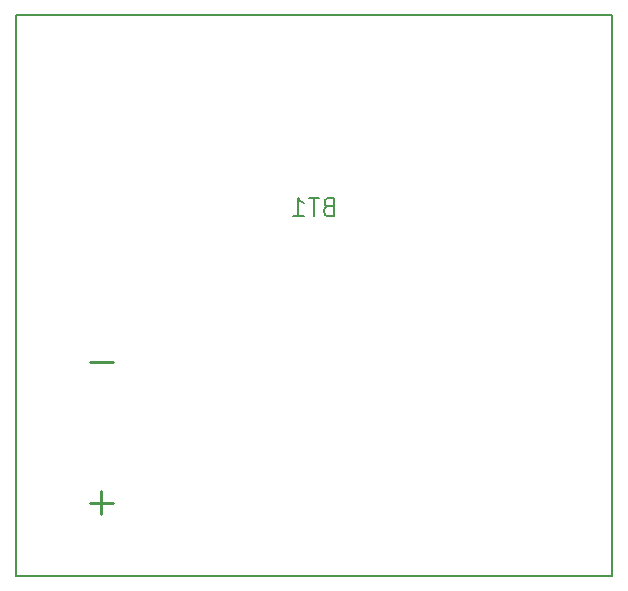
<source format=gbr>
G04 #@! TF.FileFunction,Legend,Bot*
%FSLAX46Y46*%
G04 Gerber Fmt 4.6, Leading zero omitted, Abs format (unit mm)*
G04 Created by KiCad (PCBNEW 4.0.7) date 01/05/18 16:25:35*
%MOMM*%
%LPD*%
G01*
G04 APERTURE LIST*
%ADD10C,0.100000*%
%ADD11C,0.150000*%
%ADD12C,0.254000*%
G04 APERTURE END LIST*
D10*
D11*
X115420000Y-91980000D02*
X64920000Y-91980000D01*
X64920000Y-91980000D02*
X64920000Y-44460000D01*
X64920000Y-44460000D02*
X115420000Y-44460000D01*
X115420000Y-44460000D02*
X115420000Y-91980000D01*
X91348571Y-60692857D02*
X91134285Y-60764286D01*
X91062857Y-60835714D01*
X90991428Y-60978571D01*
X90991428Y-61192857D01*
X91062857Y-61335714D01*
X91134285Y-61407143D01*
X91277143Y-61478571D01*
X91848571Y-61478571D01*
X91848571Y-59978571D01*
X91348571Y-59978571D01*
X91205714Y-60050000D01*
X91134285Y-60121429D01*
X91062857Y-60264286D01*
X91062857Y-60407143D01*
X91134285Y-60550000D01*
X91205714Y-60621429D01*
X91348571Y-60692857D01*
X91848571Y-60692857D01*
X90562857Y-59978571D02*
X89705714Y-59978571D01*
X90134285Y-61478571D02*
X90134285Y-59978571D01*
X88420000Y-61478571D02*
X89277143Y-61478571D01*
X88848571Y-61478571D02*
X88848571Y-59978571D01*
X88991428Y-60192857D01*
X89134286Y-60335714D01*
X89277143Y-60407143D01*
D12*
X73137619Y-73871429D02*
X71202381Y-73871429D01*
X73137619Y-85781429D02*
X71202381Y-85781429D01*
X72170000Y-86749048D02*
X72170000Y-84813810D01*
M02*

</source>
